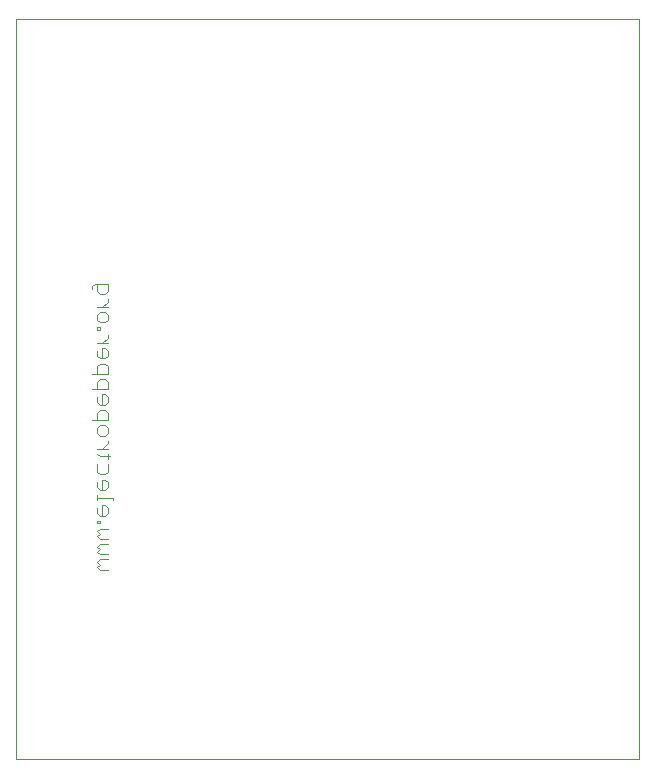
<source format=gbo>
G75*
%MOIN*%
%OFA0B0*%
%FSLAX25Y25*%
%IPPOS*%
%LPD*%
%AMOC8*
5,1,8,0,0,1.08239X$1,22.5*
%
%ADD10C,0.00000*%
%ADD11C,0.00400*%
D10*
X0077633Y0074700D02*
X0077633Y0321661D01*
X0285334Y0321661D01*
X0285334Y0074700D01*
X0077633Y0074700D01*
D11*
X0105701Y0137900D02*
X0104833Y0138767D01*
X0105701Y0139635D01*
X0104833Y0140502D01*
X0105701Y0141370D01*
X0108303Y0141370D01*
X0108303Y0143056D02*
X0105701Y0143056D01*
X0104833Y0143924D01*
X0105701Y0144791D01*
X0104833Y0145659D01*
X0105701Y0146526D01*
X0108303Y0146526D01*
X0108303Y0148213D02*
X0105701Y0148213D01*
X0104833Y0149080D01*
X0105701Y0149948D01*
X0104833Y0150815D01*
X0105701Y0151682D01*
X0108303Y0151682D01*
X0105701Y0153369D02*
X0105701Y0154237D01*
X0104833Y0154237D01*
X0104833Y0153369D01*
X0105701Y0153369D01*
X0105701Y0155947D02*
X0104833Y0156815D01*
X0104833Y0158550D01*
X0106568Y0159417D02*
X0106568Y0155947D01*
X0105701Y0155947D02*
X0107436Y0155947D01*
X0108303Y0156815D01*
X0108303Y0158550D01*
X0107436Y0159417D01*
X0106568Y0159417D01*
X0104833Y0161104D02*
X0104833Y0162839D01*
X0104833Y0161971D02*
X0110038Y0161971D01*
X0110038Y0161104D01*
X0107436Y0164541D02*
X0108303Y0165409D01*
X0108303Y0167144D01*
X0107436Y0168011D01*
X0106568Y0168011D01*
X0106568Y0164541D01*
X0105701Y0164541D02*
X0107436Y0164541D01*
X0105701Y0164541D02*
X0104833Y0165409D01*
X0104833Y0167144D01*
X0105701Y0169698D02*
X0104833Y0170565D01*
X0104833Y0173167D01*
X0105701Y0175722D02*
X0104833Y0176589D01*
X0105701Y0175722D02*
X0109170Y0175722D01*
X0108303Y0174854D02*
X0108303Y0176589D01*
X0108303Y0178292D02*
X0104833Y0178292D01*
X0106568Y0178292D02*
X0108303Y0180027D01*
X0108303Y0180894D01*
X0107436Y0182589D02*
X0105701Y0182589D01*
X0104833Y0183456D01*
X0104833Y0185191D01*
X0105701Y0186058D01*
X0107436Y0186058D01*
X0108303Y0185191D01*
X0108303Y0183456D01*
X0107436Y0182589D01*
X0108303Y0187745D02*
X0103099Y0187745D01*
X0104833Y0187745D02*
X0104833Y0190347D01*
X0105701Y0191215D01*
X0107436Y0191215D01*
X0108303Y0190347D01*
X0108303Y0187745D01*
X0107436Y0192902D02*
X0108303Y0193769D01*
X0108303Y0195504D01*
X0107436Y0196371D01*
X0106568Y0196371D01*
X0106568Y0192902D01*
X0105701Y0192902D02*
X0107436Y0192902D01*
X0105701Y0192902D02*
X0104833Y0193769D01*
X0104833Y0195504D01*
X0104833Y0198058D02*
X0104833Y0200660D01*
X0105701Y0201528D01*
X0107436Y0201528D01*
X0108303Y0200660D01*
X0108303Y0198058D01*
X0103099Y0198058D01*
X0103099Y0203214D02*
X0108303Y0203214D01*
X0108303Y0205817D01*
X0107436Y0206684D01*
X0105701Y0206684D01*
X0104833Y0205817D01*
X0104833Y0203214D01*
X0105701Y0208371D02*
X0104833Y0209238D01*
X0104833Y0210973D01*
X0106568Y0211840D02*
X0106568Y0208371D01*
X0105701Y0208371D02*
X0107436Y0208371D01*
X0108303Y0209238D01*
X0108303Y0210973D01*
X0107436Y0211840D01*
X0106568Y0211840D01*
X0106568Y0213527D02*
X0108303Y0215262D01*
X0108303Y0216129D01*
X0108303Y0213527D02*
X0104833Y0213527D01*
X0104833Y0217824D02*
X0104833Y0218692D01*
X0105701Y0218692D01*
X0105701Y0217824D01*
X0104833Y0217824D01*
X0105701Y0220402D02*
X0104833Y0221270D01*
X0104833Y0223005D01*
X0105701Y0223872D01*
X0107436Y0223872D01*
X0108303Y0223005D01*
X0108303Y0221270D01*
X0107436Y0220402D01*
X0105701Y0220402D01*
X0106568Y0225559D02*
X0108303Y0227294D01*
X0108303Y0228161D01*
X0107436Y0229856D02*
X0105701Y0229856D01*
X0104833Y0230723D01*
X0104833Y0233325D01*
X0103966Y0233325D02*
X0108303Y0233325D01*
X0108303Y0230723D01*
X0107436Y0229856D01*
X0103099Y0231591D02*
X0103099Y0232458D01*
X0103966Y0233325D01*
X0104833Y0225559D02*
X0108303Y0225559D01*
X0108303Y0173167D02*
X0108303Y0170565D01*
X0107436Y0169698D01*
X0105701Y0169698D01*
X0105701Y0137900D02*
X0108303Y0137900D01*
M02*

</source>
